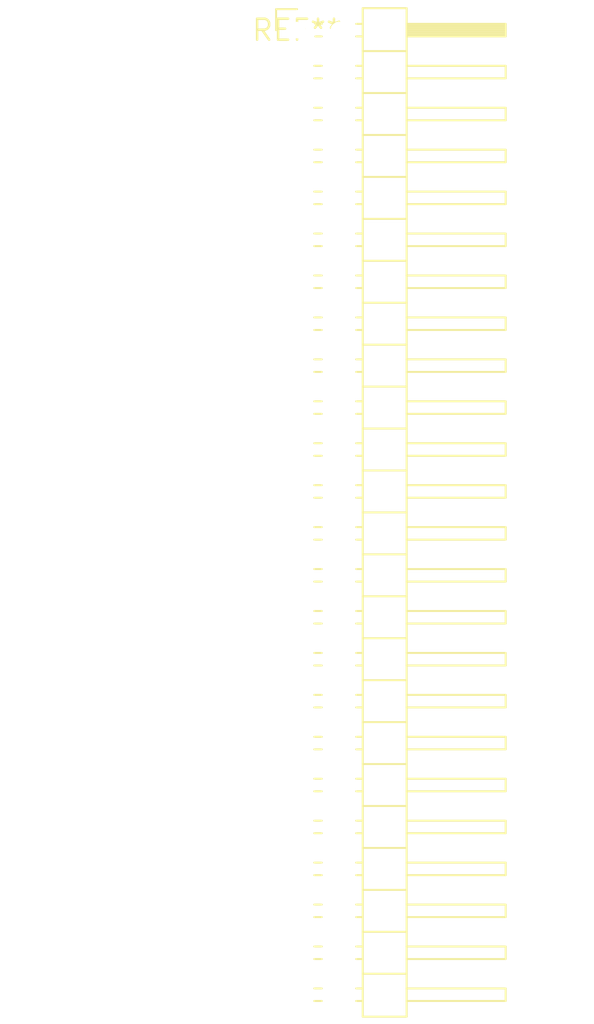
<source format=kicad_pcb>
(kicad_pcb (version 20240108) (generator pcbnew)
  (layers (0 "F.Cu" signal) (31 "B.Cu" signal) (34 "B.Paste" user) (35 "F.Paste" user) (36 "B.SilkS" user "B.Silkscreen") (37 "F.SilkS" user "F.Silkscreen") (38 "B.Mask" user) (39 "F.Mask" user) (44 "Edge.Cuts" user))
  (net 0 "")
  (footprint "PinHeader_2x24_P2.54mm_Horizontal" (layer "F.Cu") (at 0 0)
    (property "Reference" "REF**")
    (property "Value" "PinHeader_2x24_P2.54mm_Horizontal")
    (fp_line (start -1.27 -1.27) (end 0 -1.27) (layer "F.SilkS") (stroke (width 0.12)))
    (fp_line (start -1.27 0) (end -1.27 -1.27) (layer "F.SilkS") (stroke (width 0.12)))
    (fp_line (start 1.042929 2.16) (end 1.497071 2.16) (layer "F.SilkS") (stroke (width 0.12)))
    (fp_line (start 1.042929 2.92) (end 1.497071 2.92) (layer "F.SilkS") (stroke (width 0.12)))
    (fp_line (start 1.042929 4.7) (end 1.497071 4.7) (layer "F.SilkS") (stroke (width 0.12)))
    (fp_line (start 1.042929 5.46) (end 1.497071 5.46) (layer "F.SilkS") (stroke (width 0.12)))
    (fp_line (start 1.042929 7.24) (end 1.497071 7.24) (layer "F.SilkS") (stroke (width 0.12)))
    (fp_line (start 1.042929 8) (end 1.497071 8) (layer "F.SilkS") (stroke (width 0.12)))
    (fp_line (start 1.042929 9.78) (end 1.497071 9.78) (layer "F.SilkS") (stroke (width 0.12)))
    (fp_line (start 1.042929 10.54) (end 1.497071 10.54) (layer "F.SilkS") (stroke (width 0.12)))
    (fp_line (start 1.042929 12.32) (end 1.497071 12.32) (layer "F.SilkS") (stroke (width 0.12)))
    (fp_line (start 1.042929 13.08) (end 1.497071 13.08) (layer "F.SilkS") (stroke (width 0.12)))
    (fp_line (start 1.042929 14.86) (end 1.497071 14.86) (layer "F.SilkS") (stroke (width 0.12)))
    (fp_line (start 1.042929 15.62) (end 1.497071 15.62) (layer "F.SilkS") (stroke (width 0.12)))
    (fp_line (start 1.042929 17.4) (end 1.497071 17.4) (layer "F.SilkS") (stroke (width 0.12)))
    (fp_line (start 1.042929 18.16) (end 1.497071 18.16) (layer "F.SilkS") (stroke (width 0.12)))
    (fp_line (start 1.042929 19.94) (end 1.497071 19.94) (layer "F.SilkS") (stroke (width 0.12)))
    (fp_line (start 1.042929 20.7) (end 1.497071 20.7) (layer "F.SilkS") (stroke (width 0.12)))
    (fp_line (start 1.042929 22.48) (end 1.497071 22.48) (layer "F.SilkS") (stroke (width 0.12)))
    (fp_line (start 1.042929 23.24) (end 1.497071 23.24) (layer "F.SilkS") (stroke (width 0.12)))
    (fp_line (start 1.042929 25.02) (end 1.497071 25.02) (layer "F.SilkS") (stroke (width 0.12)))
    (fp_line (start 1.042929 25.78) (end 1.497071 25.78) (layer "F.SilkS") (stroke (width 0.12)))
    (fp_line (start 1.042929 27.56) (end 1.497071 27.56) (layer "F.SilkS") (stroke (width 0.12)))
    (fp_line (start 1.042929 28.32) (end 1.497071 28.32) (layer "F.SilkS") (stroke (width 0.12)))
    (fp_line (start 1.042929 30.1) (end 1.497071 30.1) (layer "F.SilkS") (stroke (width 0.12)))
    (fp_line (start 1.042929 30.86) (end 1.497071 30.86) (layer "F.SilkS") (stroke (width 0.12)))
    (fp_line (start 1.042929 32.64) (end 1.497071 32.64) (layer "F.SilkS") (stroke (width 0.12)))
    (fp_line (start 1.042929 33.4) (end 1.497071 33.4) (layer "F.SilkS") (stroke (width 0.12)))
    (fp_line (start 1.042929 35.18) (end 1.497071 35.18) (layer "F.SilkS") (stroke (width 0.12)))
    (fp_line (start 1.042929 35.94) (end 1.497071 35.94) (layer "F.SilkS") (stroke (width 0.12)))
    (fp_line (start 1.042929 37.72) (end 1.497071 37.72) (layer "F.SilkS") (stroke (width 0.12)))
    (fp_line (start 1.042929 38.48) (end 1.497071 38.48) (layer "F.SilkS") (stroke (width 0.12)))
    (fp_line (start 1.042929 40.26) (end 1.497071 40.26) (layer "F.SilkS") (stroke (width 0.12)))
    (fp_line (start 1.042929 41.02) (end 1.497071 41.02) (layer "F.SilkS") (stroke (width 0.12)))
    (fp_line (start 1.042929 42.8) (end 1.497071 42.8) (layer "F.SilkS") (stroke (width 0.12)))
    (fp_line (start 1.042929 43.56) (end 1.497071 43.56) (layer "F.SilkS") (stroke (width 0.12)))
    (fp_line (start 1.042929 45.34) (end 1.497071 45.34) (layer "F.SilkS") (stroke (width 0.12)))
    (fp_line (start 1.042929 46.1) (end 1.497071 46.1) (layer "F.SilkS") (stroke (width 0.12)))
    (fp_line (start 1.042929 47.88) (end 1.497071 47.88) (layer "F.SilkS") (stroke (width 0.12)))
    (fp_line (start 1.042929 48.64) (end 1.497071 48.64) (layer "F.SilkS") (stroke (width 0.12)))
    (fp_line (start 1.042929 50.42) (end 1.497071 50.42) (layer "F.SilkS") (stroke (width 0.12)))
    (fp_line (start 1.042929 51.18) (end 1.497071 51.18) (layer "F.SilkS") (stroke (width 0.12)))
    (fp_line (start 1.042929 52.96) (end 1.497071 52.96) (layer "F.SilkS") (stroke (width 0.12)))
    (fp_line (start 1.042929 53.72) (end 1.497071 53.72) (layer "F.SilkS") (stroke (width 0.12)))
    (fp_line (start 1.042929 55.5) (end 1.497071 55.5) (layer "F.SilkS") (stroke (width 0.12)))
    (fp_line (start 1.042929 56.26) (end 1.497071 56.26) (layer "F.SilkS") (stroke (width 0.12)))
    (fp_line (start 1.042929 58.04) (end 1.497071 58.04) (layer "F.SilkS") (stroke (width 0.12)))
    (fp_line (start 1.042929 58.8) (end 1.497071 58.8) (layer "F.SilkS") (stroke (width 0.12)))
    (fp_line (start 1.11 -0.38) (end 1.497071 -0.38) (layer "F.SilkS") (stroke (width 0.12)))
    (fp_line (start 1.11 0.38) (end 1.497071 0.38) (layer "F.SilkS") (stroke (width 0.12)))
    (fp_line (start 3.582929 -0.38) (end 3.98 -0.38) (layer "F.SilkS") (stroke (width 0.12)))
    (fp_line (start 3.582929 0.38) (end 3.98 0.38) (layer "F.SilkS") (stroke (width 0.12)))
    (fp_line (start 3.582929 2.16) (end 3.98 2.16) (layer "F.SilkS") (stroke (width 0.12)))
    (fp_line (start 3.582929 2.92) (end 3.98 2.92) (layer "F.SilkS") (stroke (width 0.12)))
    (fp_line (start 3.582929 4.7) (end 3.98 4.7) (layer "F.SilkS") (stroke (width 0.12)))
    (fp_line (start 3.582929 5.46) (end 3.98 5.46) (layer "F.SilkS") (stroke (width 0.12)))
    (fp_line (start 3.582929 7.24) (end 3.98 7.24) (layer "F.SilkS") (stroke (width 0.12)))
    (fp_line (start 3.582929 8) (end 3.98 8) (layer "F.SilkS") (stroke (width 0.12)))
    (fp_line (start 3.582929 9.78) (end 3.98 9.78) (layer "F.SilkS") (stroke (width 0.12)))
    (fp_line (start 3.582929 10.54) (end 3.98 10.54) (layer "F.SilkS") (stroke (width 0.12)))
    (fp_line (start 3.582929 12.32) (end 3.98 12.32) (layer "F.SilkS") (stroke (width 0.12)))
    (fp_line (start 3.582929 13.08) (end 3.98 13.08) (layer "F.SilkS") (stroke (width 0.12)))
    (fp_line (start 3.582929 14.86) (end 3.98 14.86) (layer "F.SilkS") (stroke (width 0.12)))
    (fp_line (start 3.582929 15.62) (end 3.98 15.62) (layer "F.SilkS") (stroke (width 0.12)))
    (fp_line (start 3.582929 17.4) (end 3.98 17.4) (layer "F.SilkS") (stroke (width 0.12)))
    (fp_line (start 3.582929 18.16) (end 3.98 18.16) (layer "F.SilkS") (stroke (width 0.12)))
    (fp_line (start 3.582929 19.94) (end 3.98 19.94) (layer "F.SilkS") (stroke (width 0.12)))
    (fp_line (start 3.582929 20.7) (end 3.98 20.7) (layer "F.SilkS") (stroke (width 0.12)))
    (fp_line (start 3.582929 22.48) (end 3.98 22.48) (layer "F.SilkS") (stroke (width 0.12)))
    (fp_line (start 3.582929 23.24) (end 3.98 23.24) (layer "F.SilkS") (stroke (width 0.12)))
    (fp_line (start 3.582929 25.02) (end 3.98 25.02) (layer "F.SilkS") (stroke (width 0.12)))
    (fp_line (start 3.582929 25.78) (end 3.98 25.78) (layer "F.SilkS") (stroke (width 0.12)))
    (fp_line (start 3.582929 27.56) (end 3.98 27.56) (layer "F.SilkS") (stroke (width 0.12)))
    (fp_line (start 3.582929 28.32) (end 3.98 28.32) (layer "F.SilkS") (stroke (width 0.12)))
    (fp_line (start 3.582929 30.1) (end 3.98 30.1) (layer "F.SilkS") (stroke (width 0.12)))
    (fp_line (start 3.582929 30.86) (end 3.98 30.86) (layer "F.SilkS") (stroke (width 0.12)))
    (fp_line (start 3.582929 32.64) (end 3.98 32.64) (layer "F.SilkS") (stroke (width 0.12)))
    (fp_line (start 3.582929 33.4) (end 3.98 33.4) (layer "F.SilkS") (stroke (width 0.12)))
    (fp_line (start 3.582929 35.18) (end 3.98 35.18) (layer "F.SilkS") (stroke (width 0.12)))
    (fp_line (start 3.582929 35.94) (end 3.98 35.94) (layer "F.SilkS") (stroke (width 0.12)))
    (fp_line (start 3.582929 37.72) (end 3.98 37.72) (layer "F.SilkS") (stroke (width 0.12)))
    (fp_line (start 3.582929 38.48) (end 3.98 38.48) (layer "F.SilkS") (stroke (width 0.12)))
    (fp_line (start 3.582929 40.26) (end 3.98 40.26) (layer "F.SilkS") (stroke (width 0.12)))
    (fp_line (start 3.582929 41.02) (end 3.98 41.02) (layer "F.SilkS") (stroke (width 0.12)))
    (fp_line (start 3.582929 42.8) (end 3.98 42.8) (layer "F.SilkS") (stroke (width 0.12)))
    (fp_line (start 3.582929 43.56) (end 3.98 43.56) (layer "F.SilkS") (stroke (width 0.12)))
    (fp_line (start 3.582929 45.34) (end 3.98 45.34) (layer "F.SilkS") (stroke (width 0.12)))
    (fp_line (start 3.582929 46.1) (end 3.98 46.1) (layer "F.SilkS") (stroke (width 0.12)))
    (fp_line (start 3.582929 47.88) (end 3.98 47.88) (layer "F.SilkS") (stroke (width 0.12)))
    (fp_line (start 3.582929 48.64) (end 3.98 48.64) (layer "F.SilkS") (stroke (width 0.12)))
    (fp_line (start 3.582929 50.42) (end 3.98 50.42) (layer "F.SilkS") (stroke (width 0.12)))
    (fp_line (start 3.582929 51.18) (end 3.98 51.18) (layer "F.SilkS") (stroke (width 0.12)))
    (fp_line (start 3.582929 52.96) (end 3.98 52.96) (layer "F.SilkS") (stroke (width 0.12)))
    (fp_line (start 3.582929 53.72) (end 3.98 53.72) (layer "F.SilkS") (stroke (width 0.12)))
    (fp_line (start 3.582929 55.5) (end 3.98 55.5) (layer "F.SilkS") (stroke (width 0.12)))
    (fp_line (start 3.582929 56.26) (end 3.98 56.26) (layer "F.SilkS") (stroke (width 0.12)))
    (fp_line (start 3.582929 58.04) (end 3.98 58.04) (layer "F.SilkS") (stroke (width 0.12)))
    (fp_line (start 3.582929 58.8) (end 3.98 58.8) (layer "F.SilkS") (stroke (width 0.12)))
    (fp_line (start 3.98 -1.33) (end 3.98 59.75) (layer "F.SilkS") (stroke (width 0.12)))
    (fp_line (start 3.98 1.27) (end 6.64 1.27) (layer "F.SilkS") (stroke (width 0.12)))
    (fp_line (start 3.98 3.81) (end 6.64 3.81) (layer "F.SilkS") (stroke (width 0.12)))
    (fp_line (start 3.98 6.35) (end 6.64 6.35) (layer "F.SilkS") (stroke (width 0.12)))
    (fp_line (start 3.98 8.89) (end 6.64 8.89) (layer "F.SilkS") (stroke (width 0.12)))
    (fp_line (start 3.98 11.43) (end 6.64 11.43) (layer "F.SilkS") (stroke (width 0.12)))
    (fp_line (start 3.98 13.97) (end 6.64 13.97) (layer "F.SilkS") (stroke (width 0.12)))
    (fp_line (start 3.98 16.51) (end 6.64 16.51) (layer "F.SilkS") (stroke (width 0.12)))
    (fp_line (start 3.98 19.05) (end 6.64 19.05) (layer "F.SilkS") (stroke (width 0.12)))
    (fp_line (start 3.98 21.59) (end 6.64 21.59) (layer "F.SilkS") (stroke (width 0.12)))
    (fp_line (start 3.98 24.13) (end 6.64 24.13) (layer "F.SilkS") (stroke (width 0.12)))
    (fp_line (start 3.98 26.67) (end 6.64 26.67) (layer "F.SilkS") (stroke (width 0.12)))
    (fp_line (start 3.98 29.21) (end 6.64 29.21) (layer "F.SilkS") (stroke (width 0.12)))
    (fp_line (start 3.98 31.75) (end 6.64 31.75) (layer "F.SilkS") (stroke (width 0.12)))
    (fp_line (start 3.98 34.29) (end 6.64 34.29) (layer "F.SilkS") (stroke (width 0.12)))
    (fp_line (start 3.98 36.83) (end 6.64 36.83) (layer "F.SilkS") (stroke (width 0.12)))
    (fp_line (start 3.98 39.37) (end 6.64 39.37) (layer "F.SilkS") (stroke (width 0.12)))
    (fp_line (start 3.98 41.91) (end 6.64 41.91) (layer "F.SilkS") (stroke (width 0.12)))
    (fp_line (start 3.98 44.45) (end 6.64 44.45) (layer "F.SilkS") (stroke (width 0.12)))
    (fp_line (start 3.98 46.99) (end 6.64 46.99) (layer "F.SilkS") (stroke (width 0.12)))
    (fp_line (start 3.98 49.53) (end 6.64 49.53) (layer "F.SilkS") (stroke (width 0.12)))
    (fp_line (start 3.98 52.07) (end 6.64 52.07) (layer "F.SilkS") (stroke (width 0.12)))
    (fp_line (start 3.98 54.61) (end 6.64 54.61) (layer "F.SilkS") (stroke (width 0.12)))
    (fp_line (start 3.98 57.15) (end 6.64 57.15) (layer "F.SilkS") (stroke (width 0.12)))
    (fp_line (start 3.98 59.75) (end 6.64 59.75) (layer "F.SilkS") (stroke (width 0.12)))
    (fp_line (start 6.64 -1.33) (end 3.98 -1.33) (layer "F.SilkS") (stroke (width 0.12)))
    (fp_line (start 6.64 -0.38) (end 12.64 -0.38) (layer "F.SilkS") (stroke (width 0.12)))
    (fp_line (start 6.64 -0.32) (end 12.64 -0.32) (layer "F.SilkS") (stroke (width 0.12)))
    (fp_line (start 6.64 -0.2) (end 12.64 -0.2) (layer "F.SilkS") (stroke (width 0.12)))
    (fp_line (start 6.64 -0.08) (end 12.64 -0.08) (layer "F.SilkS") (stroke (width 0.12)))
    (fp_line (start 6.64 0.04) (end 12.64 0.04) (layer "F.SilkS") (stroke (width 0.12)))
    (fp_line (start 6.64 0.16) (end 12.64 0.16) (layer "F.SilkS") (stroke (width 0.12)))
    (fp_line (start 6.64 0.28) (end 12.64 0.28) (layer "F.SilkS") (stroke (width 0.12)))
    (fp_line (start 6.64 2.16) (end 12.64 2.16) (layer "F.SilkS") (stroke (width 0.12)))
    (fp_line (start 6.64 4.7) (end 12.64 4.7) (layer "F.SilkS") (stroke (width 0.12)))
    (fp_line (start 6.64 7.24) (end 12.64 7.24) (layer "F.SilkS") (stroke (width 0.12)))
    (fp_line (start 6.64 9.78) (end 12.64 9.78) (layer "F.SilkS") (stroke (width 0.12)))
    (fp_line (start 6.64 12.32) (end 12.64 12.32) (layer "F.SilkS") (stroke (width 0.12)))
    (fp_line (start 6.64 14.86) (end 12.64 14.86) (layer "F.SilkS") (stroke (width 0.12)))
    (fp_line (start 6.64 17.4) (end 12.64 17.4) (layer "F.SilkS") (stroke (width 0.12)))
    (fp_line (start 6.64 19.94) (end 12.64 19.94) (layer "F.SilkS") (stroke (width 0.12)))
    (fp_line (start 6.64 22.48) (end 12.64 22.48) (layer "F.SilkS") (stroke (width 0.12)))
    (fp_line (start 6.64 25.02) (end 12.64 25.02) (layer "F.SilkS") (stroke (width 0.12)))
    (fp_line (start 6.64 27.56) (end 12.64 27.56) (layer "F.SilkS") (stroke (width 0.12)))
    (fp_line (start 6.64 30.1) (end 12.64 30.1) (layer "F.SilkS") (stroke (width 0.12)))
    (fp_line (start 6.64 32.64) (end 12.64 32.64) (layer "F.SilkS") (stroke (width 0.12)))
    (fp_line (start 6.64 35.18) (end 12.64 35.18) (layer "F.SilkS") (stroke (width 0.12)))
    (fp_line (start 6.64 37.72) (end 12.64 37.72) (layer "F.SilkS") (stroke (width 0.12)))
    (fp_line (start 6.64 40.26) (end 12.64 40.26) (layer "F.SilkS") (stroke (width 0.12)))
    (fp_line (start 6.64 42.8) (end 12.64 42.8) (layer "F.SilkS") (stroke (width 0.12)))
    (fp_line (start 6.64 45.34) (end 12.64 45.34) (layer "F.SilkS") (stroke (width 0.12)))
    (fp_line (start 6.64 47.88) (end 12.64 47.88) (layer "F.SilkS") (stroke (width 0.12)))
    (fp_line (start 6.64 50.42) (end 12.64 50.42) (layer "F.SilkS") (stroke (width 0.12)))
    (fp_line (start 6.64 52.96) (end 12.64 52.96) (layer "F.SilkS") (stroke (width 0.12)))
    (fp_line (start 6.64 55.5) (end 12.64 55.5) (layer "F.SilkS") (stroke (width 0.12)))
    (fp_line (start 6.64 58.04) (end 12.64 58.04) (layer "F.SilkS") (stroke (width 0.12)))
    (fp_line (start 6.64 59.75) (end 6.64 -1.33) (layer "F.SilkS") (stroke (width 0.12)))
    (fp_line (start 12.64 -0.38) (end 12.64 0.38) (layer "F.SilkS") (stroke (width 0.12)))
    (fp_line (start 12.64 0.38) (end 6.64 0.38) (layer "F.SilkS") (stroke (width 0.12)))
    (fp_line (start 12.64 2.16) (end 12.64 2.92) (layer "F.SilkS") (stroke (width 0.12)))
    (fp_line (start 12.64 2.92) (end 6.64 2.92) (layer "F.SilkS") (stroke (width 0.12)))
    (fp_line (start 12.64 4.7) (end 12.64 5.46) (layer "F.SilkS") (stroke (width 0.12)))
    (fp_line (start 12.64 5.46) (end 6.64 5.46) (layer "F.SilkS") (stroke (width 0.12)))
    (fp_line (start 12.64 7.24) (end 12.64 8) (layer "F.SilkS") (stroke (width 0.12)))
    (fp_line (start 12.64 8) (end 6.64 8) (layer "F.SilkS") (stroke (width 0.12)))
    (fp_line (start 12.64 9.78) (end 12.64 10.54) (layer "F.SilkS") (stroke (width 0.12)))
    (fp_line (start 12.64 10.54) (end 6.64 10.54) (layer "F.SilkS") (stroke (width 0.12)))
    (fp_line (start 12.64 12.32) (end 12.64 13.08) (layer "F.SilkS") (stroke (width 0.12)))
    (fp_line (start 12.64 13.08) (end 6.64 13.08) (layer "F.SilkS") (stroke (width 0.12)))
    (fp_line (start 12.64 14.86) (end 12.64 15.62) (layer "F.SilkS") (stroke (width 0.12)))
    (fp_line (start 12.64 15.62) (end 6.64 15.62) (layer "F.SilkS") (stroke (width 0.12)))
    (fp_line (start 12.64 17.4) (end 12.64 18.16) (layer "F.SilkS") (stroke (width 0.12)))
    (fp_line (start 12.64 18.16) (end 6.64 18.16) (layer "F.SilkS") (stroke (width 0.12)))
    (fp_line (start 12.64 19.94) (end 12.64 20.7) (layer "F.SilkS") (stroke (width 0.12)))
    (fp_line (start 12.64 20.7) (end 6.64 20.7) (layer "F.SilkS") (stroke (width 0.12)))
    (fp_line (start 12.64 22.48) (end 12.64 23.24) (layer "F.SilkS") (stroke (width 0.12)))
    (fp_line (start 12.64 23.24) (end 6.64 23.24) (layer "F.SilkS") (stroke (width 0.12)))
    (fp_line (start 12.64 25.02) (end 12.64 25.78) (layer "F.SilkS") (stroke (width 0.12)))
    (fp_line (start 12.64 25.78) (end 6.64 25.78) (layer "F.SilkS") (stroke (width 0.12)))
    (fp_line (start 12.64 27.56) (end 12.64 28.32) (layer "F.SilkS") (stroke (width 0.12)))
    (fp_line (start 12.64 28.32) (end 6.64 28.32) (layer "F.SilkS") (stroke (width 0.12)))
    (fp_line (start 12.64 30.1) (end 12.64 30.86) (layer "F.SilkS") (stroke (width 0.12)))
    (fp_line (start 12.64 30.86) (end 6.64 30.86) (layer "F.SilkS") (stroke (width 0.12)))
    (fp_line (start 12.64 32.64) (end 12.64 33.4) (layer "F.SilkS") (stroke (width 0.12)))
    (fp_line (start 12.64 33.4) (end 6.64 33.4) (layer "F.SilkS") (stroke (width 0.12)))
    (fp_line (start 12.64 35.18) (end 12.64 35.94) (layer "F.SilkS") (stroke (width 0.12)))
    (fp_line (start 12.64 35.94) (end 6.64 35.94) (layer "F.SilkS") (stroke (width 0.12)))
    (fp_line (start 12.64 37.72) (end 12.64 38.48) (layer "F.SilkS") (stroke (width 0.12)))
    (fp_line (start 12.64 38.48) (end 6.64 38.48) (layer "F.SilkS") (stroke (width 0.12)))
    (fp_line (start 12.64 40.26) (end 12.64 41.02) (layer "F.SilkS") (stroke (width 0.12)))
    (fp_line (start 12.64 41.02) (end 6.64 41.02) (layer "F.SilkS") (stroke (width 0.12)))
    (fp_line (start 12.64 42.8) (end 12.64 43.56) (layer "F.SilkS") (stroke (width 0.12)))
    (fp_line (start 12.64 43.56) (end 6.64 43.56) (layer "F.SilkS") (stroke (width 0.12)))
    (fp_line (start 12.64 45.34) (end 12.64 46.1) (layer "F.SilkS") (stroke (width 0.12)))
    (fp_line (start 12.64 46.1) (end 6.64 46.1) (layer "F.SilkS") (stroke (width 0.12)))
    (fp_line (start 12.64 47.88) (end 12.64 48.64) (layer "F.SilkS") (stroke (width 0.12)))
    (fp_line (start 12.64 48.64) (end 6.64 48.64) (layer "F.SilkS") (stroke (width 0.12)))
    (fp_line (start 12.64 50.42) (end 12.64 51.18) (layer "F.SilkS") (stroke (width 0.12)))
    (fp_line (start 12.64 51.18) (end 6.64 51.18) (layer "F.SilkS") (stroke (width 0.12)))
    (fp_line (start 12.64 52.96) (end 12.64 53.72) (layer "F.SilkS") (stroke (width 0.12)))
    (fp_line (start 12.64 53.72) (end 6.64 53.72) (layer "F.SilkS") (stroke (width 0.12)))
    (fp_line (start 12.64 55.5) (end 12.64 56.26) (layer "F.SilkS") (stroke (width 0.12)))
    (fp_line (start 12.64 56.26) (end 6.64 56.26) (layer "F.SilkS") (stroke (width 0.12)))
    (fp_line (start 12.64 58.04) (end 12.64 58.8) (layer "F.SilkS") (stroke (width 0.12)))
    (fp_line (start 12.64 58.8) (end 6.64 58.8) (layer "F.SilkS") (stroke (width 0.12)))
    (pad "1" thru_hole rect (at 0 0) (size 1.7 1.7) (drill 1) (layers *.Cu *.Mask) (remove_unused_layers))
    (pad "2" thru_hole oval (at 2.54 0) (size 1.7 1.7) (drill 1) (layers *.Cu *.Mask) (remove_unused_layers))
    (pad "3" thru_hole oval (at 0 2.54) (size 1.7 1.7) (drill 1) (layers *.Cu *.Mask) (remove_unused_layers))
    (pad "4" thru_hole oval (at 2.54 2.54) (size 1.7 1.7) (drill 1) (layers *.Cu *.Mask) (remove_unused_layers))
    (pad "5" thru_hole oval (at 0 5.08) (size 1.7 1.7) (drill 1) (layers *.Cu *.Mask) (remove_unused_layers))
    (pad "6" thru_hole oval (at 2.54 5.08) (size 1.7 1.7) (drill 1) (layers *.Cu *.Mask) (remove_unused_layers))
    (pad "7" thru_hole oval (at 0 7.62) (size 1.7 1.7) (drill 1) (layers *.Cu *.Mask) (remove_unused_layers))
    (pad "8" thru_hole oval (at 2.54 7.62) (size 1.7 1.7) (drill 1) (layers *.Cu *.Mask) (remove_unused_layers))
    (pad "9" thru_hole oval (at 0 10.16) (size 1.7 1.7) (drill 1) (layers *.Cu *.Mask) (remove_unused_layers))
    (pad "10" thru_hole oval (at 2.54 10.16) (size 1.7 1.7) (drill 1) (layers *.Cu *.Mask) (remove_unused_layers))
    (pad "11" thru_hole oval (at 0 12.7) (size 1.7 1.7) (drill 1) (layers *.Cu *.Mask) (remove_unused_layers))
    (pad "12" thru_hole oval (at 2.54 12.7) (size 1.7 1.7) (drill 1) (layers *.Cu *.Mask) (remove_unused_layers))
    (pad "13" thru_hole oval (at 0 15.24) (size 1.7 1.7) (drill 1) (layers *.Cu *.Mask) (remove_unused_layers))
    (pad "14" thru_hole oval (at 2.54 15.24) (size 1.7 1.7) (drill 1) (layers *.Cu *.Mask) (remove_unused_layers))
    (pad "15" thru_hole oval (at 0 17.78) (size 1.7 1.7) (drill 1) (layers *.Cu *.Mask) (remove_unused_layers))
    (pad "16" thru_hole oval (at 2.54 17.78) (size 1.7 1.7) (drill 1) (layers *.Cu *.Mask) (remove_unused_layers))
    (pad "17" thru_hole oval (at 0 20.32) (size 1.7 1.7) (drill 1) (layers *.Cu *.Mask) (remove_unused_layers))
    (pad "18" thru_hole oval (at 2.54 20.32) (size 1.7 1.7) (drill 1) (layers *.Cu *.Mask) (remove_unused_layers))
    (pad "19" thru_hole oval (at 0 22.86) (size 1.7 1.7) (drill 1) (layers *.Cu *.Mask) (remove_unused_layers))
    (pad "20" thru_hole oval (at 2.54 22.86) (size 1.7 1.7) (drill 1) (layers *.Cu *.Mask) (remove_unused_layers))
    (pad "21" thru_hole oval (at 0 25.4) (size 1.7 1.7) (drill 1) (layers *.Cu *.Mask) (remove_unused_layers))
    (pad "22" thru_hole oval (at 2.54 25.4) (size 1.7 1.7) (drill 1) (layers *.Cu *.Mask) (remove_unused_layers))
    (pad "23" thru_hole oval (at 0 27.94) (size 1.7 1.7) (drill 1) (layers *.Cu *.Mask) (remove_unused_layers))
    (pad "24" thru_hole oval (at 2.54 27.94) (size 1.7 1.7) (drill 1) (layers *.Cu *.Mask) (remove_unused_layers))
    (pad "25" thru_hole oval (at 0 30.48) (size 1.7 1.7) (drill 1) (layers *.Cu *.Mask) (remove_unused_layers))
    (pad "26" thru_hole oval (at 2.54 30.48) (size 1.7 1.7) (drill 1) (layers *.Cu *.Mask) (remove_unused_layers))
    (pad "27" thru_hole oval (at 0 33.02) (size 1.7 1.7) (drill 1) (layers *.Cu *.Mask) (remove_unused_layers))
    (pad "28" thru_hole oval (at 2.54 33.02) (size 1.7 1.7) (drill 1) (layers *.Cu *.Mask) (remove_unused_layers))
    (pad "29" thru_hole oval (at 0 35.56) (size 1.7 1.7) (drill 1) (layers *.Cu *.Mask) (remove_unused_layers))
    (pad "30" thru_hole oval (at 2.54 35.56) (size 1.7 1.7) (drill 1) (layers *.Cu *.Mask) (remove_unused_layers))
    (pad "31" thru_hole oval (at 0 38.1) (size 1.7 1.7) (drill 1) (layers *.Cu *.Mask) (remove_unused_layers))
    (pad "32" thru_hole oval (at 2.54 38.1) (size 1.7 1.7) (drill 1) (layers *.Cu *.Mask) (remove_unused_layers))
    (pad "33" thru_hole oval (at 0 40.64) (size 1.7 1.7) (drill 1) (layers *.Cu *.Mask) (remove_unused_layers))
    (pad "34" thru_hole oval (at 2.54 40.64) (size 1.7 1.7) (drill 1) (layers *.Cu *.Mask) (remove_unused_layers))
    (pad "35" thru_hole oval (at 0 43.18) (size 1.7 1.7) (drill 1) (layers *.Cu *.Mask) (remove_unused_layers))
    (pad "36" thru_hole oval (at 2.54 43.18) (size 1.7 1.7) (drill 1) (layers *.Cu *.Mask) (remove_unused_layers))
    (pad "37" thru_hole oval (at 0 45.72) (size 1.7 1.7) (drill 1) (layers *.Cu *.Mask) (remove_unused_layers))
    (pad "38" thru_hole oval (at 2.54 45.72) (size 1.7 1.7) (drill 1) (layers *.Cu *.Mask) (remove_unused_layers))
    (pad "39" thru_hole oval (at 0 48.26) (size 1.7 1.7) (drill 1) (layers *.Cu *.Mask) (remove_unused_layers))
    (pad "40" thru_hole oval (at 2.54 48.26) (size 1.7 1.7) (drill 1) (layers *.Cu *.Mask) (remove_unused_layers))
    (pad "41" thru_hole oval (at 0 50.8) (size 1.7 1.7) (drill 1) (layers *.Cu *.Mask) (remove_unused_layers))
    (pad "42" thru_hole oval (at 2.54 50.8) (size 1.7 1.7) (drill 1) (layers *.Cu *.Mask) (remove_unused_layers))
    (pad "43" thru_hole oval (at 0 53.34) (size 1.7 1.7) (drill 1) (layers *.Cu *.Mask) (remove_unused_layers))
    (pad "44" thru_hole oval (at 2.54 53.34) (size 1.7 1.7) (drill 1) (layers *.Cu *.Mask) (remove_unused_layers))
    (pad "45" thru_hole oval (at 0 55.88) (size 1.7 1.7) (drill 1) (layers *.Cu *.Mask) (remove_unused_layers))
    (pad "46" thru_hole oval (at 2.54 55.88) (size 1.7 1.7) (drill 1) (layers *.Cu *.Mask) (remove_unused_layers))
    (pad "47" thru_hole oval (at 0 58.42) (size 1.7 1.7) (drill 1) (layers *.Cu *.Mask) (remove_unused_layers))
    (pad "48" thru_hole oval (at 2.54 58.42) (size 1.7 1.7) (drill 1) (layers *.Cu *.Mask) (remove_unused_layers))
  )
)
</source>
